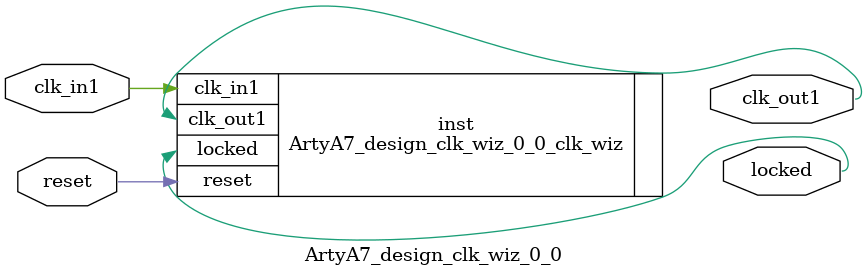
<source format=v>


`timescale 1ps/1ps

(* CORE_GENERATION_INFO = "ArtyA7_design_clk_wiz_0_0,clk_wiz_v6_0_2_0_0,{component_name=ArtyA7_design_clk_wiz_0_0,use_phase_alignment=true,use_min_o_jitter=false,use_max_i_jitter=false,use_dyn_phase_shift=false,use_inclk_switchover=false,use_dyn_reconfig=false,enable_axi=0,feedback_source=FDBK_AUTO,PRIMITIVE=MMCM,num_out_clk=1,clkin1_period=10.000,clkin2_period=10.000,use_power_down=false,use_reset=true,use_locked=true,use_inclk_stopped=false,feedback_type=SINGLE,CLOCK_MGR_TYPE=NA,manual_override=false}" *)

module ArtyA7_design_clk_wiz_0_0 
 (
  // Clock out ports
  output        clk_out1,
  // Status and control signals
  input         reset,
  output        locked,
 // Clock in ports
  input         clk_in1
 );

  ArtyA7_design_clk_wiz_0_0_clk_wiz inst
  (
  // Clock out ports  
  .clk_out1(clk_out1),
  // Status and control signals               
  .reset(reset), 
  .locked(locked),
 // Clock in ports
  .clk_in1(clk_in1)
  );

endmodule

</source>
